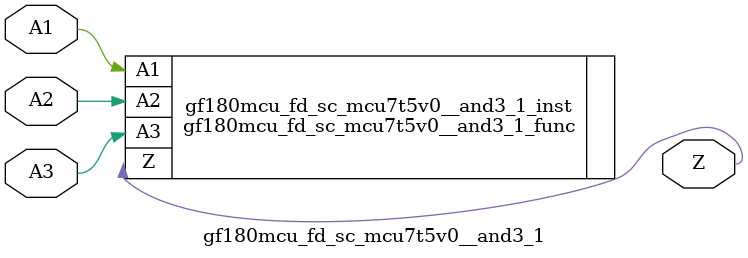
<source format=v>

module gf180mcu_fd_sc_mcu7t5v0__and3_1( A1, A2, A3, Z );
input A1, A2, A3;
output Z;

   `ifdef FUNCTIONAL  //  functional //

	gf180mcu_fd_sc_mcu7t5v0__and3_1_func gf180mcu_fd_sc_mcu7t5v0__and3_1_behav_inst(.A1(A1),.A2(A2),.A3(A3),.Z(Z));

   `else

	gf180mcu_fd_sc_mcu7t5v0__and3_1_func gf180mcu_fd_sc_mcu7t5v0__and3_1_inst(.A1(A1),.A2(A2),.A3(A3),.Z(Z));

	// spec_gates_begin


	// spec_gates_end



   specify

	// specify_block_begin

	// comb arc A1 --> Z
	 (A1 => Z) = (1.0,1.0);

	// comb arc A2 --> Z
	 (A2 => Z) = (1.0,1.0);

	// comb arc A3 --> Z
	 (A3 => Z) = (1.0,1.0);

	// specify_block_end

   endspecify

   `endif

endmodule

</source>
